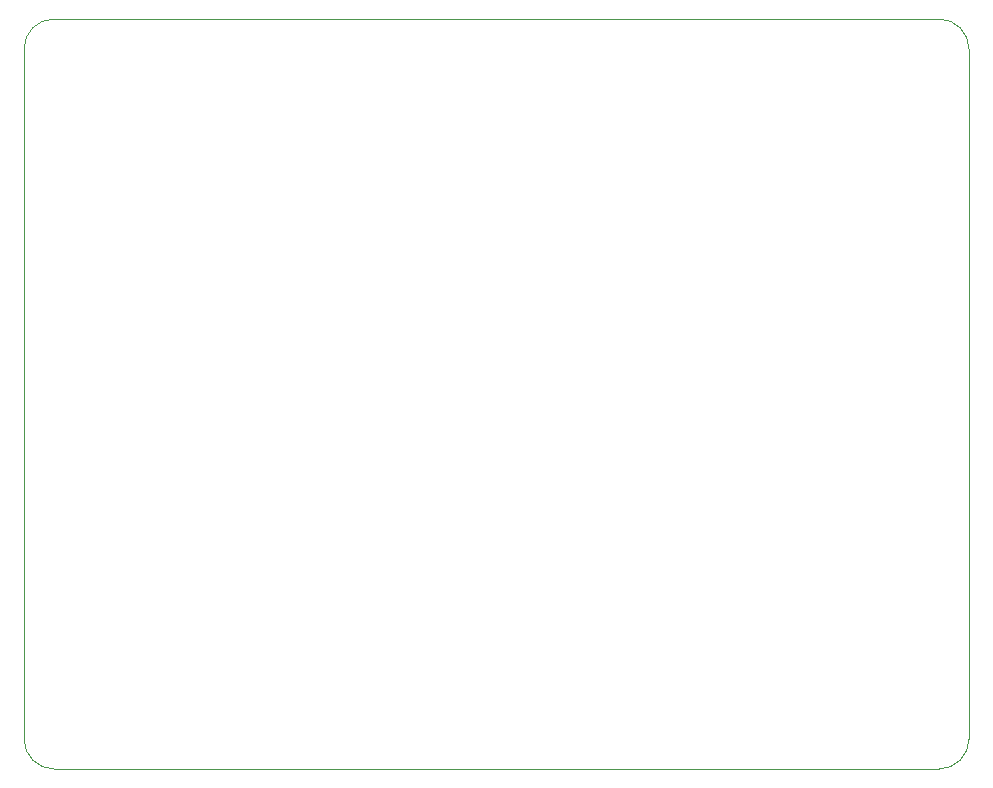
<source format=gm1>
G04 #@! TF.GenerationSoftware,KiCad,Pcbnew,(5.1.2-1)-1*
G04 #@! TF.CreationDate,2023-07-30T19:13:35+02:00*
G04 #@! TF.ProjectId,component,636f6d70-6f6e-4656-9e74-2e6b69636164,rev?*
G04 #@! TF.SameCoordinates,Original*
G04 #@! TF.FileFunction,Profile,NP*
%FSLAX46Y46*%
G04 Gerber Fmt 4.6, Leading zero omitted, Abs format (unit mm)*
G04 Created by KiCad (PCBNEW (5.1.2-1)-1) date 2023-07-30 19:13:35*
%MOMM*%
%LPD*%
G04 APERTURE LIST*
%ADD10C,0.050000*%
G04 APERTURE END LIST*
D10*
X120650000Y-40640000D02*
G75*
G02X123190000Y-43180000I0J-2540000D01*
G01*
X123190000Y-101600000D02*
G75*
G02X120650000Y-104140000I-2540000J0D01*
G01*
X45720000Y-104140000D02*
G75*
G02X43180000Y-101600000I0J2540000D01*
G01*
X43180000Y-43180000D02*
G75*
G02X45720000Y-40640000I2540000J0D01*
G01*
X43180000Y-101600000D02*
X43180000Y-43180000D01*
X120650000Y-104140000D02*
X45720000Y-104140000D01*
X123190000Y-43180000D02*
X123190000Y-101600000D01*
X45720000Y-40640000D02*
X120650000Y-40640000D01*
M02*

</source>
